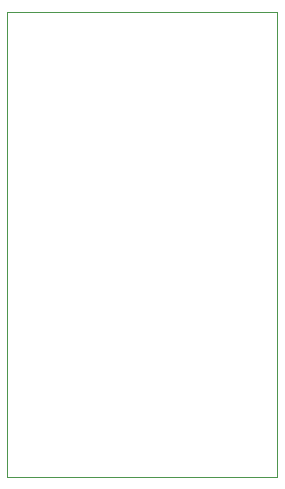
<source format=gbr>
%TF.GenerationSoftware,KiCad,Pcbnew,7.0.9*%
%TF.CreationDate,2024-05-14T19:27:59+09:00*%
%TF.ProjectId,06_WRITER,30365f57-5249-4544-9552-2e6b69636164,rev?*%
%TF.SameCoordinates,Original*%
%TF.FileFunction,Profile,NP*%
%FSLAX46Y46*%
G04 Gerber Fmt 4.6, Leading zero omitted, Abs format (unit mm)*
G04 Created by KiCad (PCBNEW 7.0.9) date 2024-05-14 19:27:59*
%MOMM*%
%LPD*%
G01*
G04 APERTURE LIST*
%TA.AperFunction,Profile*%
%ADD10C,0.100000*%
%TD*%
G04 APERTURE END LIST*
D10*
X160020000Y-64770000D02*
X182880000Y-64770000D01*
X182880000Y-104140000D01*
X160020000Y-104140000D01*
X160020000Y-64770000D01*
M02*

</source>
